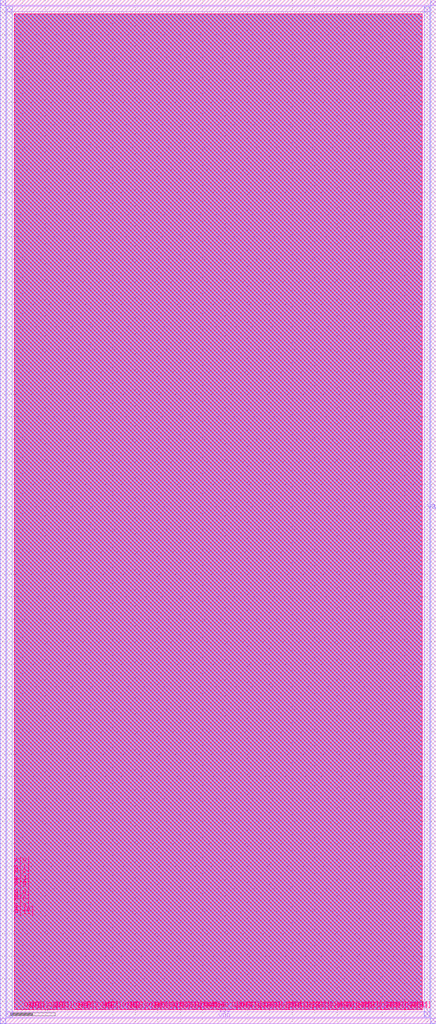
<source format=lef>
VERSION 5.6 ;
BUSBITCHARS "[]" ;
DIVIDERCHAR "/" ;


MACRO MEM1_4096X32
  CLASS RING ;
  ORIGIN 0 0 ;
  FOREIGN MEM1_4096X32 0 0 ;
  SIZE 387.92 BY 910.995 ;
  SYMMETRY X Y R90 ;
  PIN A[0]
    DIRECTION INPUT ;
    USE SIGNAL ;
    PORT
      LAYER Metal5 ;
        RECT 12.34 140.145 13 140.805 ;
      LAYER Metal6 ;
        RECT 12.34 140.145 13 140.805 ;
      LAYER Metal3 ;
        RECT 12.34 140.145 13 140.805 ;
      LAYER Metal4 ;
        RECT 12.34 140.145 13 140.805 ;
    END
  END A[0]
  PIN A[10]
    DIRECTION INPUT ;
    USE SIGNAL ;
    PORT
      LAYER Metal5 ;
        RECT 12.34 97.305 13 97.965 ;
      LAYER Metal6 ;
        RECT 12.34 97.305 13 97.965 ;
      LAYER Metal3 ;
        RECT 12.34 97.305 13 97.965 ;
      LAYER Metal4 ;
        RECT 12.34 97.305 13 97.965 ;
    END
  END A[10]
  PIN A[11]
    DIRECTION INPUT ;
    USE SIGNAL ;
    PORT
      LAYER Metal5 ;
        RECT 12.34 94.205 13 94.865 ;
      LAYER Metal6 ;
        RECT 12.34 94.205 13 94.865 ;
      LAYER Metal3 ;
        RECT 12.34 94.205 13 94.865 ;
      LAYER Metal4 ;
        RECT 12.34 94.205 13 94.865 ;
    END
  END A[11]
  PIN A[1]
    DIRECTION INPUT ;
    USE SIGNAL ;
    PORT
      LAYER Metal5 ;
        RECT 12.34 134.025 13 134.685 ;
      LAYER Metal6 ;
        RECT 12.34 134.025 13 134.685 ;
      LAYER Metal3 ;
        RECT 12.34 134.025 13 134.685 ;
      LAYER Metal4 ;
        RECT 12.34 134.025 13 134.685 ;
    END
  END A[1]
  PIN A[2]
    DIRECTION INPUT ;
    USE SIGNAL ;
    PORT
      LAYER Metal5 ;
        RECT 12.34 130.925 13 131.585 ;
      LAYER Metal6 ;
        RECT 12.34 130.925 13 131.585 ;
      LAYER Metal3 ;
        RECT 12.34 130.925 13 131.585 ;
      LAYER Metal4 ;
        RECT 12.34 130.925 13 131.585 ;
    END
  END A[2]
  PIN A[3]
    DIRECTION INPUT ;
    USE SIGNAL ;
    PORT
      LAYER Metal5 ;
        RECT 12.34 124.805 13 125.465 ;
      LAYER Metal6 ;
        RECT 12.34 124.805 13 125.465 ;
      LAYER Metal3 ;
        RECT 12.34 124.805 13 125.465 ;
      LAYER Metal4 ;
        RECT 12.34 124.805 13 125.465 ;
    END
  END A[3]
  PIN A[4]
    DIRECTION INPUT ;
    USE SIGNAL ;
    PORT
      LAYER Metal5 ;
        RECT 12.34 121.785 13 122.445 ;
      LAYER Metal6 ;
        RECT 12.34 121.785 13 122.445 ;
      LAYER Metal3 ;
        RECT 12.34 121.785 13 122.445 ;
      LAYER Metal4 ;
        RECT 12.34 121.785 13 122.445 ;
    END
  END A[4]
  PIN A[5]
    DIRECTION INPUT ;
    USE SIGNAL ;
    PORT
      LAYER Metal5 ;
        RECT 12.34 118.685 13 119.345 ;
      LAYER Metal6 ;
        RECT 12.34 118.685 13 119.345 ;
      LAYER Metal3 ;
        RECT 12.34 118.685 13 119.345 ;
      LAYER Metal4 ;
        RECT 12.34 118.685 13 119.345 ;
    END
  END A[5]
  PIN A[6]
    DIRECTION INPUT ;
    USE SIGNAL ;
    PORT
      LAYER Metal5 ;
        RECT 12.34 112.565 13 113.225 ;
      LAYER Metal6 ;
        RECT 12.34 112.565 13 113.225 ;
      LAYER Metal3 ;
        RECT 12.34 112.565 13 113.225 ;
      LAYER Metal4 ;
        RECT 12.34 112.565 13 113.225 ;
    END
  END A[6]
  PIN A[7]
    DIRECTION INPUT ;
    USE SIGNAL ;
    PORT
      LAYER Metal5 ;
        RECT 12.34 109.545 13 110.205 ;
      LAYER Metal6 ;
        RECT 12.34 109.545 13 110.205 ;
      LAYER Metal3 ;
        RECT 12.34 109.545 13 110.205 ;
      LAYER Metal4 ;
        RECT 12.34 109.545 13 110.205 ;
    END
  END A[7]
  PIN A[8]
    DIRECTION INPUT ;
    USE SIGNAL ;
    PORT
      LAYER Metal5 ;
        RECT 12.34 106.445 13 107.105 ;
      LAYER Metal6 ;
        RECT 12.34 106.445 13 107.105 ;
      LAYER Metal3 ;
        RECT 12.34 106.445 13 107.105 ;
      LAYER Metal4 ;
        RECT 12.34 106.445 13 107.105 ;
    END
  END A[8]
  PIN A[9]
    DIRECTION INPUT ;
    USE SIGNAL ;
    PORT
      LAYER Metal5 ;
        RECT 12.34 100.325 13 100.985 ;
      LAYER Metal6 ;
        RECT 12.34 100.325 13 100.985 ;
      LAYER Metal3 ;
        RECT 12.34 100.325 13 100.985 ;
      LAYER Metal4 ;
        RECT 12.34 100.325 13 100.985 ;
    END
  END A[9]
  PIN CE
    DIRECTION INPUT ;
    USE SIGNAL ;
    PORT
      LAYER Metal5 ;
        RECT 187.765 12.3 188.425 12.96 ;
      LAYER Metal6 ;
        RECT 187.765 12.3 188.425 12.96 ;
      LAYER Metal3 ;
        RECT 187.765 12.3 188.425 12.96 ;
      LAYER Metal4 ;
        RECT 187.765 12.3 188.425 12.96 ;
    END
  END CE
  PIN CK
    DIRECTION INPUT ;
    USE CLOCK ;
    PORT
      LAYER Metal5 ;
        RECT 197.51 12.3 198.17 12.96 ;
      LAYER Metal6 ;
        RECT 197.51 12.3 198.17 12.96 ;
      LAYER Metal3 ;
        RECT 197.51 12.3 198.17 12.96 ;
      LAYER Metal4 ;
        RECT 197.51 12.3 198.17 12.96 ;
    END
  END CK
  PIN D[0]
    DIRECTION INPUT ;
    USE SIGNAL ;
    PORT
      LAYER Metal5 ;
        RECT 20.48 12.3 21.14 12.96 ;
      LAYER Metal6 ;
        RECT 20.48 12.3 21.14 12.96 ;
      LAYER Metal3 ;
        RECT 20.48 12.3 21.14 12.96 ;
      LAYER Metal4 ;
        RECT 20.48 12.3 21.14 12.96 ;
    END
  END D[0]
  PIN D[10]
    DIRECTION INPUT ;
    USE SIGNAL ;
    PORT
      LAYER Metal5 ;
        RECT 129 12.3 129.66 12.96 ;
      LAYER Metal6 ;
        RECT 129 12.3 129.66 12.96 ;
      LAYER Metal3 ;
        RECT 129 12.3 129.66 12.96 ;
      LAYER Metal4 ;
        RECT 129 12.3 129.66 12.96 ;
    END
  END D[10]
  PIN D[11]
    DIRECTION INPUT ;
    USE SIGNAL ;
    PORT
      LAYER Metal5 ;
        RECT 137.04 12.3 137.7 12.96 ;
      LAYER Metal6 ;
        RECT 137.04 12.3 137.7 12.96 ;
      LAYER Metal3 ;
        RECT 137.04 12.3 137.7 12.96 ;
      LAYER Metal4 ;
        RECT 137.04 12.3 137.7 12.96 ;
    END
  END D[11]
  PIN D[12]
    DIRECTION INPUT ;
    USE SIGNAL ;
    PORT
      LAYER Metal5 ;
        RECT 151.34 12.3 152 12.96 ;
      LAYER Metal6 ;
        RECT 151.34 12.3 152 12.96 ;
      LAYER Metal3 ;
        RECT 151.34 12.3 152 12.96 ;
      LAYER Metal4 ;
        RECT 151.34 12.3 152 12.96 ;
    END
  END D[12]
  PIN D[13]
    DIRECTION INPUT ;
    USE SIGNAL ;
    PORT
      LAYER Metal5 ;
        RECT 159.38 12.3 160.04 12.96 ;
      LAYER Metal6 ;
        RECT 159.38 12.3 160.04 12.96 ;
      LAYER Metal3 ;
        RECT 159.38 12.3 160.04 12.96 ;
      LAYER Metal4 ;
        RECT 159.38 12.3 160.04 12.96 ;
    END
  END D[13]
  PIN D[14]
    DIRECTION INPUT ;
    USE SIGNAL ;
    PORT
      LAYER Metal5 ;
        RECT 172.62 12.3 173.28 12.96 ;
      LAYER Metal6 ;
        RECT 172.62 12.3 173.28 12.96 ;
      LAYER Metal3 ;
        RECT 172.62 12.3 173.28 12.96 ;
      LAYER Metal4 ;
        RECT 172.62 12.3 173.28 12.96 ;
    END
  END D[14]
  PIN D[15]
    DIRECTION INPUT ;
    USE SIGNAL ;
    PORT
      LAYER Metal5 ;
        RECT 180.66 12.3 181.32 12.96 ;
      LAYER Metal6 ;
        RECT 180.66 12.3 181.32 12.96 ;
      LAYER Metal3 ;
        RECT 180.66 12.3 181.32 12.96 ;
      LAYER Metal4 ;
        RECT 180.66 12.3 181.32 12.96 ;
    END
  END D[15]
  PIN D[16]
    DIRECTION INPUT ;
    USE SIGNAL ;
    PORT
      LAYER Metal5 ;
        RECT 204.975 12.3 205.635 12.96 ;
      LAYER Metal6 ;
        RECT 204.975 12.3 205.635 12.96 ;
      LAYER Metal3 ;
        RECT 204.975 12.3 205.635 12.96 ;
      LAYER Metal4 ;
        RECT 204.975 12.3 205.635 12.96 ;
    END
  END D[16]
  PIN D[17]
    DIRECTION INPUT ;
    USE SIGNAL ;
    PORT
      LAYER Metal5 ;
        RECT 213.015 12.3 213.675 12.96 ;
      LAYER Metal6 ;
        RECT 213.015 12.3 213.675 12.96 ;
      LAYER Metal3 ;
        RECT 213.015 12.3 213.675 12.96 ;
      LAYER Metal4 ;
        RECT 213.015 12.3 213.675 12.96 ;
    END
  END D[17]
  PIN D[18]
    DIRECTION INPUT ;
    USE SIGNAL ;
    PORT
      LAYER Metal5 ;
        RECT 226.255 12.3 226.915 12.96 ;
      LAYER Metal6 ;
        RECT 226.255 12.3 226.915 12.96 ;
      LAYER Metal3 ;
        RECT 226.255 12.3 226.915 12.96 ;
      LAYER Metal4 ;
        RECT 226.255 12.3 226.915 12.96 ;
    END
  END D[18]
  PIN D[19]
    DIRECTION INPUT ;
    USE SIGNAL ;
    PORT
      LAYER Metal5 ;
        RECT 234.295 12.3 234.955 12.96 ;
      LAYER Metal6 ;
        RECT 234.295 12.3 234.955 12.96 ;
      LAYER Metal3 ;
        RECT 234.295 12.3 234.955 12.96 ;
      LAYER Metal4 ;
        RECT 234.295 12.3 234.955 12.96 ;
    END
  END D[19]
  PIN D[1]
    DIRECTION INPUT ;
    USE SIGNAL ;
    PORT
      LAYER Metal5 ;
        RECT 28.52 12.3 29.18 12.96 ;
      LAYER Metal6 ;
        RECT 28.52 12.3 29.18 12.96 ;
      LAYER Metal3 ;
        RECT 28.52 12.3 29.18 12.96 ;
      LAYER Metal4 ;
        RECT 28.52 12.3 29.18 12.96 ;
    END
  END D[1]
  PIN D[20]
    DIRECTION INPUT ;
    USE SIGNAL ;
    PORT
      LAYER Metal5 ;
        RECT 248.595 12.3 249.255 12.96 ;
      LAYER Metal6 ;
        RECT 248.595 12.3 249.255 12.96 ;
      LAYER Metal3 ;
        RECT 248.595 12.3 249.255 12.96 ;
      LAYER Metal4 ;
        RECT 248.595 12.3 249.255 12.96 ;
    END
  END D[20]
  PIN D[21]
    DIRECTION INPUT ;
    USE SIGNAL ;
    PORT
      LAYER Metal5 ;
        RECT 256.635 12.3 257.295 12.96 ;
      LAYER Metal6 ;
        RECT 256.635 12.3 257.295 12.96 ;
      LAYER Metal3 ;
        RECT 256.635 12.3 257.295 12.96 ;
      LAYER Metal4 ;
        RECT 256.635 12.3 257.295 12.96 ;
    END
  END D[21]
  PIN D[22]
    DIRECTION INPUT ;
    USE SIGNAL ;
    PORT
      LAYER Metal5 ;
        RECT 269.875 12.3 270.535 12.96 ;
      LAYER Metal6 ;
        RECT 269.875 12.3 270.535 12.96 ;
      LAYER Metal3 ;
        RECT 269.875 12.3 270.535 12.96 ;
      LAYER Metal4 ;
        RECT 269.875 12.3 270.535 12.96 ;
    END
  END D[22]
  PIN D[23]
    DIRECTION INPUT ;
    USE SIGNAL ;
    PORT
      LAYER Metal5 ;
        RECT 277.915 12.3 278.575 12.96 ;
      LAYER Metal6 ;
        RECT 277.915 12.3 278.575 12.96 ;
      LAYER Metal3 ;
        RECT 277.915 12.3 278.575 12.96 ;
      LAYER Metal4 ;
        RECT 277.915 12.3 278.575 12.96 ;
    END
  END D[23]
  PIN D[24]
    DIRECTION INPUT ;
    USE SIGNAL ;
    PORT
      LAYER Metal5 ;
        RECT 292.215 12.3 292.875 12.96 ;
      LAYER Metal6 ;
        RECT 292.215 12.3 292.875 12.96 ;
      LAYER Metal3 ;
        RECT 292.215 12.3 292.875 12.96 ;
      LAYER Metal4 ;
        RECT 292.215 12.3 292.875 12.96 ;
    END
  END D[24]
  PIN D[25]
    DIRECTION INPUT ;
    USE SIGNAL ;
    PORT
      LAYER Metal5 ;
        RECT 300.255 12.3 300.915 12.96 ;
      LAYER Metal6 ;
        RECT 300.255 12.3 300.915 12.96 ;
      LAYER Metal3 ;
        RECT 300.255 12.3 300.915 12.96 ;
      LAYER Metal4 ;
        RECT 300.255 12.3 300.915 12.96 ;
    END
  END D[25]
  PIN D[26]
    DIRECTION INPUT ;
    USE SIGNAL ;
    PORT
      LAYER Metal5 ;
        RECT 313.495 12.3 314.155 12.96 ;
      LAYER Metal6 ;
        RECT 313.495 12.3 314.155 12.96 ;
      LAYER Metal3 ;
        RECT 313.495 12.3 314.155 12.96 ;
      LAYER Metal4 ;
        RECT 313.495 12.3 314.155 12.96 ;
    END
  END D[26]
  PIN D[27]
    DIRECTION INPUT ;
    USE SIGNAL ;
    PORT
      LAYER Metal5 ;
        RECT 321.535 12.3 322.195 12.96 ;
      LAYER Metal6 ;
        RECT 321.535 12.3 322.195 12.96 ;
      LAYER Metal3 ;
        RECT 321.535 12.3 322.195 12.96 ;
      LAYER Metal4 ;
        RECT 321.535 12.3 322.195 12.96 ;
    END
  END D[27]
  PIN D[28]
    DIRECTION INPUT ;
    USE SIGNAL ;
    PORT
      LAYER Metal5 ;
        RECT 335.835 12.3 336.495 12.96 ;
      LAYER Metal6 ;
        RECT 335.835 12.3 336.495 12.96 ;
      LAYER Metal3 ;
        RECT 335.835 12.3 336.495 12.96 ;
      LAYER Metal4 ;
        RECT 335.835 12.3 336.495 12.96 ;
    END
  END D[28]
  PIN D[29]
    DIRECTION INPUT ;
    USE SIGNAL ;
    PORT
      LAYER Metal5 ;
        RECT 343.875 12.3 344.535 12.96 ;
      LAYER Metal6 ;
        RECT 343.875 12.3 344.535 12.96 ;
      LAYER Metal3 ;
        RECT 343.875 12.3 344.535 12.96 ;
      LAYER Metal4 ;
        RECT 343.875 12.3 344.535 12.96 ;
    END
  END D[29]
  PIN D[2]
    DIRECTION INPUT ;
    USE SIGNAL ;
    PORT
      LAYER Metal5 ;
        RECT 41.76 12.3 42.42 12.96 ;
      LAYER Metal6 ;
        RECT 41.76 12.3 42.42 12.96 ;
      LAYER Metal3 ;
        RECT 41.76 12.3 42.42 12.96 ;
      LAYER Metal4 ;
        RECT 41.76 12.3 42.42 12.96 ;
    END
  END D[2]
  PIN D[30]
    DIRECTION INPUT ;
    USE SIGNAL ;
    PORT
      LAYER Metal5 ;
        RECT 357.115 12.3 357.775 12.96 ;
      LAYER Metal6 ;
        RECT 357.115 12.3 357.775 12.96 ;
      LAYER Metal3 ;
        RECT 357.115 12.3 357.775 12.96 ;
      LAYER Metal4 ;
        RECT 357.115 12.3 357.775 12.96 ;
    END
  END D[30]
  PIN D[31]
    DIRECTION INPUT ;
    USE SIGNAL ;
    PORT
      LAYER Metal6 ;
        RECT 365.155 12.3 365.815 12.96 ;
      LAYER Metal5 ;
        RECT 365.155 12.3 365.815 12.96 ;
      LAYER Metal3 ;
        RECT 365.155 12.3 365.815 12.96 ;
      LAYER Metal4 ;
        RECT 365.155 12.3 365.815 12.96 ;
    END
  END D[31]
  PIN D[3]
    DIRECTION INPUT ;
    USE SIGNAL ;
    PORT
      LAYER Metal5 ;
        RECT 49.8 12.3 50.46 12.96 ;
      LAYER Metal6 ;
        RECT 49.8 12.3 50.46 12.96 ;
      LAYER Metal3 ;
        RECT 49.8 12.3 50.46 12.96 ;
      LAYER Metal4 ;
        RECT 49.8 12.3 50.46 12.96 ;
    END
  END D[3]
  PIN D[4]
    DIRECTION INPUT ;
    USE SIGNAL ;
    PORT
      LAYER Metal5 ;
        RECT 64.1 12.3 64.76 12.96 ;
      LAYER Metal6 ;
        RECT 64.1 12.3 64.76 12.96 ;
      LAYER Metal3 ;
        RECT 64.1 12.3 64.76 12.96 ;
      LAYER Metal4 ;
        RECT 64.1 12.3 64.76 12.96 ;
    END
  END D[4]
  PIN D[5]
    DIRECTION INPUT ;
    USE SIGNAL ;
    PORT
      LAYER Metal5 ;
        RECT 72.14 12.3 72.8 12.96 ;
      LAYER Metal6 ;
        RECT 72.14 12.3 72.8 12.96 ;
      LAYER Metal3 ;
        RECT 72.14 12.3 72.8 12.96 ;
      LAYER Metal4 ;
        RECT 72.14 12.3 72.8 12.96 ;
    END
  END D[5]
  PIN D[6]
    DIRECTION INPUT ;
    USE SIGNAL ;
    PORT
      LAYER Metal5 ;
        RECT 85.38 12.3 86.04 12.96 ;
      LAYER Metal6 ;
        RECT 85.38 12.3 86.04 12.96 ;
      LAYER Metal3 ;
        RECT 85.38 12.3 86.04 12.96 ;
      LAYER Metal4 ;
        RECT 85.38 12.3 86.04 12.96 ;
    END
  END D[6]
  PIN D[7]
    DIRECTION INPUT ;
    USE SIGNAL ;
    PORT
      LAYER Metal5 ;
        RECT 93.42 12.3 94.08 12.96 ;
      LAYER Metal6 ;
        RECT 93.42 12.3 94.08 12.96 ;
      LAYER Metal3 ;
        RECT 93.42 12.3 94.08 12.96 ;
      LAYER Metal4 ;
        RECT 93.42 12.3 94.08 12.96 ;
    END
  END D[7]
  PIN D[8]
    DIRECTION INPUT ;
    USE SIGNAL ;
    PORT
      LAYER Metal5 ;
        RECT 107.72 12.3 108.38 12.96 ;
      LAYER Metal6 ;
        RECT 107.72 12.3 108.38 12.96 ;
      LAYER Metal3 ;
        RECT 107.72 12.3 108.38 12.96 ;
      LAYER Metal4 ;
        RECT 107.72 12.3 108.38 12.96 ;
    END
  END D[8]
  PIN D[9]
    DIRECTION INPUT ;
    USE SIGNAL ;
    PORT
      LAYER Metal5 ;
        RECT 115.76 12.3 116.42 12.96 ;
      LAYER Metal6 ;
        RECT 115.76 12.3 116.42 12.96 ;
      LAYER Metal3 ;
        RECT 115.76 12.3 116.42 12.96 ;
      LAYER Metal4 ;
        RECT 115.76 12.3 116.42 12.96 ;
    END
  END D[9]
  PIN Q[0]
    DIRECTION OUTPUT ;
    USE SIGNAL ;
    PORT
      LAYER Metal5 ;
        RECT 23.06 12.3 23.72 12.96 ;
      LAYER Metal6 ;
        RECT 23.06 12.3 23.72 12.96 ;
      LAYER Metal3 ;
        RECT 23.06 12.3 23.72 12.96 ;
      LAYER Metal4 ;
        RECT 23.06 12.3 23.72 12.96 ;
    END
  END Q[0]
  PIN Q[10]
    DIRECTION OUTPUT ;
    USE SIGNAL ;
    PORT
      LAYER Metal5 ;
        RECT 131.58 12.3 132.24 12.96 ;
      LAYER Metal6 ;
        RECT 131.58 12.3 132.24 12.96 ;
      LAYER Metal3 ;
        RECT 131.58 12.3 132.24 12.96 ;
      LAYER Metal4 ;
        RECT 131.58 12.3 132.24 12.96 ;
    END
  END Q[10]
  PIN Q[11]
    DIRECTION OUTPUT ;
    USE SIGNAL ;
    PORT
      LAYER Metal5 ;
        RECT 134.46 12.3 135.12 12.96 ;
      LAYER Metal6 ;
        RECT 134.46 12.3 135.12 12.96 ;
      LAYER Metal3 ;
        RECT 134.46 12.3 135.12 12.96 ;
      LAYER Metal4 ;
        RECT 134.46 12.3 135.12 12.96 ;
    END
  END Q[11]
  PIN Q[12]
    DIRECTION OUTPUT ;
    USE SIGNAL ;
    PORT
      LAYER Metal5 ;
        RECT 153.92 12.3 154.58 12.96 ;
      LAYER Metal6 ;
        RECT 153.92 12.3 154.58 12.96 ;
      LAYER Metal3 ;
        RECT 153.92 12.3 154.58 12.96 ;
      LAYER Metal4 ;
        RECT 153.92 12.3 154.58 12.96 ;
    END
  END Q[12]
  PIN Q[13]
    DIRECTION OUTPUT ;
    USE SIGNAL ;
    PORT
      LAYER Metal5 ;
        RECT 156.8 12.3 157.46 12.96 ;
      LAYER Metal6 ;
        RECT 156.8 12.3 157.46 12.96 ;
      LAYER Metal3 ;
        RECT 156.8 12.3 157.46 12.96 ;
      LAYER Metal4 ;
        RECT 156.8 12.3 157.46 12.96 ;
    END
  END Q[13]
  PIN Q[14]
    DIRECTION OUTPUT ;
    USE SIGNAL ;
    PORT
      LAYER Metal5 ;
        RECT 175.2 12.3 175.86 12.96 ;
      LAYER Metal6 ;
        RECT 175.2 12.3 175.86 12.96 ;
      LAYER Metal3 ;
        RECT 175.2 12.3 175.86 12.96 ;
      LAYER Metal4 ;
        RECT 175.2 12.3 175.86 12.96 ;
    END
  END Q[14]
  PIN Q[15]
    DIRECTION OUTPUT ;
    USE SIGNAL ;
    PORT
      LAYER Metal5 ;
        RECT 178.08 12.3 178.74 12.96 ;
      LAYER Metal6 ;
        RECT 178.08 12.3 178.74 12.96 ;
      LAYER Metal3 ;
        RECT 178.08 12.3 178.74 12.96 ;
      LAYER Metal4 ;
        RECT 178.08 12.3 178.74 12.96 ;
    END
  END Q[15]
  PIN Q[16]
    DIRECTION OUTPUT ;
    USE SIGNAL ;
    PORT
      LAYER Metal5 ;
        RECT 207.555 12.3 208.215 12.96 ;
      LAYER Metal6 ;
        RECT 207.555 12.3 208.215 12.96 ;
      LAYER Metal3 ;
        RECT 207.555 12.3 208.215 12.96 ;
      LAYER Metal4 ;
        RECT 207.555 12.3 208.215 12.96 ;
    END
  END Q[16]
  PIN Q[17]
    DIRECTION OUTPUT ;
    USE SIGNAL ;
    PORT
      LAYER Metal5 ;
        RECT 210.435 12.3 211.095 12.96 ;
      LAYER Metal6 ;
        RECT 210.435 12.3 211.095 12.96 ;
      LAYER Metal3 ;
        RECT 210.435 12.3 211.095 12.96 ;
      LAYER Metal4 ;
        RECT 210.435 12.3 211.095 12.96 ;
    END
  END Q[17]
  PIN Q[18]
    DIRECTION OUTPUT ;
    USE SIGNAL ;
    PORT
      LAYER Metal6 ;
        RECT 228.835 12.3 229.495 12.96 ;
      LAYER Metal5 ;
        RECT 228.835 12.3 229.495 12.96 ;
      LAYER Metal3 ;
        RECT 228.835 12.3 229.495 12.96 ;
      LAYER Metal4 ;
        RECT 228.835 12.3 229.495 12.96 ;
    END
  END Q[18]
  PIN Q[19]
    DIRECTION OUTPUT ;
    USE SIGNAL ;
    PORT
      LAYER Metal5 ;
        RECT 231.715 12.3 232.375 12.96 ;
      LAYER Metal6 ;
        RECT 231.715 12.3 232.375 12.96 ;
      LAYER Metal3 ;
        RECT 231.715 12.3 232.375 12.96 ;
      LAYER Metal4 ;
        RECT 231.715 12.3 232.375 12.96 ;
    END
  END Q[19]
  PIN Q[1]
    DIRECTION OUTPUT ;
    USE SIGNAL ;
    PORT
      LAYER Metal6 ;
        RECT 25.94 12.3 26.6 12.96 ;
      LAYER Metal5 ;
        RECT 25.94 12.3 26.6 12.96 ;
      LAYER Metal3 ;
        RECT 25.94 12.3 26.6 12.96 ;
      LAYER Metal4 ;
        RECT 25.94 12.3 26.6 12.96 ;
    END
  END Q[1]
  PIN Q[20]
    DIRECTION OUTPUT ;
    USE SIGNAL ;
    PORT
      LAYER Metal5 ;
        RECT 251.175 12.3 251.835 12.96 ;
      LAYER Metal6 ;
        RECT 251.175 12.3 251.835 12.96 ;
      LAYER Metal3 ;
        RECT 251.175 12.3 251.835 12.96 ;
      LAYER Metal4 ;
        RECT 251.175 12.3 251.835 12.96 ;
    END
  END Q[20]
  PIN Q[21]
    DIRECTION OUTPUT ;
    USE SIGNAL ;
    PORT
      LAYER Metal5 ;
        RECT 254.055 12.3 254.715 12.96 ;
      LAYER Metal6 ;
        RECT 254.055 12.3 254.715 12.96 ;
      LAYER Metal3 ;
        RECT 254.055 12.3 254.715 12.96 ;
      LAYER Metal4 ;
        RECT 254.055 12.3 254.715 12.96 ;
    END
  END Q[21]
  PIN Q[22]
    DIRECTION OUTPUT ;
    USE SIGNAL ;
    PORT
      LAYER Metal6 ;
        RECT 272.455 12.3 273.115 12.96 ;
      LAYER Metal5 ;
        RECT 272.455 12.3 273.115 12.96 ;
      LAYER Metal3 ;
        RECT 272.455 12.3 273.115 12.96 ;
      LAYER Metal4 ;
        RECT 272.455 12.3 273.115 12.96 ;
    END
  END Q[22]
  PIN Q[23]
    DIRECTION OUTPUT ;
    USE SIGNAL ;
    PORT
      LAYER Metal5 ;
        RECT 275.335 12.3 275.995 12.96 ;
      LAYER Metal6 ;
        RECT 275.335 12.3 275.995 12.96 ;
      LAYER Metal3 ;
        RECT 275.335 12.3 275.995 12.96 ;
      LAYER Metal4 ;
        RECT 275.335 12.3 275.995 12.96 ;
    END
  END Q[23]
  PIN Q[24]
    DIRECTION OUTPUT ;
    USE SIGNAL ;
    PORT
      LAYER Metal5 ;
        RECT 294.795 12.3 295.455 12.96 ;
      LAYER Metal6 ;
        RECT 294.795 12.3 295.455 12.96 ;
      LAYER Metal3 ;
        RECT 294.795 12.3 295.455 12.96 ;
      LAYER Metal4 ;
        RECT 294.795 12.3 295.455 12.96 ;
    END
  END Q[24]
  PIN Q[25]
    DIRECTION OUTPUT ;
    USE SIGNAL ;
    PORT
      LAYER Metal5 ;
        RECT 297.675 12.3 298.335 12.96 ;
      LAYER Metal6 ;
        RECT 297.675 12.3 298.335 12.96 ;
      LAYER Metal3 ;
        RECT 297.675 12.3 298.335 12.96 ;
      LAYER Metal4 ;
        RECT 297.675 12.3 298.335 12.96 ;
    END
  END Q[25]
  PIN Q[26]
    DIRECTION OUTPUT ;
    USE SIGNAL ;
    PORT
      LAYER Metal5 ;
        RECT 316.075 12.3 316.735 12.96 ;
      LAYER Metal6 ;
        RECT 316.075 12.3 316.735 12.96 ;
      LAYER Metal3 ;
        RECT 316.075 12.3 316.735 12.96 ;
      LAYER Metal4 ;
        RECT 316.075 12.3 316.735 12.96 ;
    END
  END Q[26]
  PIN Q[27]
    DIRECTION OUTPUT ;
    USE SIGNAL ;
    PORT
      LAYER Metal5 ;
        RECT 318.955 12.3 319.615 12.96 ;
      LAYER Metal6 ;
        RECT 318.955 12.3 319.615 12.96 ;
      LAYER Metal3 ;
        RECT 318.955 12.3 319.615 12.96 ;
      LAYER Metal4 ;
        RECT 318.955 12.3 319.615 12.96 ;
    END
  END Q[27]
  PIN Q[28]
    DIRECTION OUTPUT ;
    USE SIGNAL ;
    PORT
      LAYER Metal5 ;
        RECT 338.415 12.3 339.075 12.96 ;
      LAYER Metal6 ;
        RECT 338.415 12.3 339.075 12.96 ;
      LAYER Metal3 ;
        RECT 338.415 12.3 339.075 12.96 ;
      LAYER Metal4 ;
        RECT 338.415 12.3 339.075 12.96 ;
    END
  END Q[28]
  PIN Q[29]
    DIRECTION OUTPUT ;
    USE SIGNAL ;
    PORT
      LAYER Metal5 ;
        RECT 341.295 12.3 341.955 12.96 ;
      LAYER Metal6 ;
        RECT 341.295 12.3 341.955 12.96 ;
      LAYER Metal3 ;
        RECT 341.295 12.3 341.955 12.96 ;
      LAYER Metal4 ;
        RECT 341.295 12.3 341.955 12.96 ;
    END
  END Q[29]
  PIN Q[2]
    DIRECTION OUTPUT ;
    USE SIGNAL ;
    PORT
      LAYER Metal5 ;
        RECT 44.34 12.3 45 12.96 ;
      LAYER Metal6 ;
        RECT 44.34 12.3 45 12.96 ;
      LAYER Metal3 ;
        RECT 44.34 12.3 45 12.96 ;
      LAYER Metal4 ;
        RECT 44.34 12.3 45 12.96 ;
    END
  END Q[2]
  PIN Q[30]
    DIRECTION OUTPUT ;
    USE SIGNAL ;
    PORT
      LAYER Metal5 ;
        RECT 359.695 12.3 360.355 12.96 ;
      LAYER Metal6 ;
        RECT 359.695 12.3 360.355 12.96 ;
      LAYER Metal3 ;
        RECT 359.695 12.3 360.355 12.96 ;
      LAYER Metal4 ;
        RECT 359.695 12.3 360.355 12.96 ;
    END
  END Q[30]
  PIN Q[31]
    DIRECTION OUTPUT ;
    USE SIGNAL ;
    PORT
      LAYER Metal5 ;
        RECT 362.575 12.3 363.235 12.96 ;
      LAYER Metal6 ;
        RECT 362.575 12.3 363.235 12.96 ;
      LAYER Metal3 ;
        RECT 362.575 12.3 363.235 12.96 ;
      LAYER Metal4 ;
        RECT 362.575 12.3 363.235 12.96 ;
    END
  END Q[31]
  PIN Q[3]
    DIRECTION OUTPUT ;
    USE SIGNAL ;
    PORT
      LAYER Metal5 ;
        RECT 47.22 12.3 47.88 12.96 ;
      LAYER Metal6 ;
        RECT 47.22 12.3 47.88 12.96 ;
      LAYER Metal3 ;
        RECT 47.22 12.3 47.88 12.96 ;
      LAYER Metal4 ;
        RECT 47.22 12.3 47.88 12.96 ;
    END
  END Q[3]
  PIN Q[4]
    DIRECTION OUTPUT ;
    USE SIGNAL ;
    PORT
      LAYER Metal5 ;
        RECT 66.68 12.3 67.34 12.96 ;
      LAYER Metal6 ;
        RECT 66.68 12.3 67.34 12.96 ;
      LAYER Metal3 ;
        RECT 66.68 12.3 67.34 12.96 ;
      LAYER Metal4 ;
        RECT 66.68 12.3 67.34 12.96 ;
    END
  END Q[4]
  PIN Q[5]
    DIRECTION OUTPUT ;
    USE SIGNAL ;
    PORT
      LAYER Metal5 ;
        RECT 69.56 12.3 70.22 12.96 ;
      LAYER Metal6 ;
        RECT 69.56 12.3 70.22 12.96 ;
      LAYER Metal3 ;
        RECT 69.56 12.3 70.22 12.96 ;
      LAYER Metal4 ;
        RECT 69.56 12.3 70.22 12.96 ;
    END
  END Q[5]
  PIN Q[6]
    DIRECTION OUTPUT ;
    USE SIGNAL ;
    PORT
      LAYER Metal5 ;
        RECT 87.96 12.3 88.62 12.96 ;
      LAYER Metal6 ;
        RECT 87.96 12.3 88.62 12.96 ;
      LAYER Metal3 ;
        RECT 87.96 12.3 88.62 12.96 ;
      LAYER Metal4 ;
        RECT 87.96 12.3 88.62 12.96 ;
    END
  END Q[6]
  PIN Q[7]
    DIRECTION OUTPUT ;
    USE SIGNAL ;
    PORT
      LAYER Metal5 ;
        RECT 90.84 12.3 91.5 12.96 ;
      LAYER Metal6 ;
        RECT 90.84 12.3 91.5 12.96 ;
      LAYER Metal3 ;
        RECT 90.84 12.3 91.5 12.96 ;
      LAYER Metal4 ;
        RECT 90.84 12.3 91.5 12.96 ;
    END
  END Q[7]
  PIN Q[8]
    DIRECTION OUTPUT ;
    USE SIGNAL ;
    PORT
      LAYER Metal5 ;
        RECT 110.3 12.3 110.96 12.96 ;
      LAYER Metal6 ;
        RECT 110.3 12.3 110.96 12.96 ;
      LAYER Metal3 ;
        RECT 110.3 12.3 110.96 12.96 ;
      LAYER Metal4 ;
        RECT 110.3 12.3 110.96 12.96 ;
    END
  END Q[8]
  PIN Q[9]
    DIRECTION OUTPUT ;
    USE SIGNAL ;
    PORT
      LAYER Metal5 ;
        RECT 113.18 12.3 113.84 12.96 ;
      LAYER Metal6 ;
        RECT 113.18 12.3 113.84 12.96 ;
      LAYER Metal3 ;
        RECT 113.18 12.3 113.84 12.96 ;
      LAYER Metal4 ;
        RECT 113.18 12.3 113.84 12.96 ;
    END
  END Q[9]
  PIN WE
    DIRECTION INPUT ;
    USE SIGNAL ;
    PORT
      LAYER Metal5 ;
        RECT 193.81 12.3 194.47 12.96 ;
      LAYER Metal6 ;
        RECT 193.81 12.3 194.47 12.96 ;
      LAYER Metal3 ;
        RECT 193.81 12.3 194.47 12.96 ;
      LAYER Metal4 ;
        RECT 193.81 12.3 194.47 12.96 ;
    END
  END WE
  PIN VDD
    DIRECTION INOUT ;
    USE POWER ;
    SHAPE RING ;
    PORT
      LAYER Metal1 ;
        RECT 0 905.995 387.92 910.995 ;
        RECT 0 0 387.92 5 ;
      LAYER Metal2 ;
        RECT 0 0 5 910.995 ;
        RECT 382.92 0 387.92 910.995 ;
    END
  END VDD
  PIN VSS
    DIRECTION INOUT ;
    USE GROUND ;
    SHAPE RING ;
    PORT
      LAYER Metal1 ;
        RECT 5.6 900.395 382.32 905.395 ;
        RECT 5.6 5.6 382.32 10.6 ;
      LAYER Metal2 ;
        RECT 5.6 5.6 10.6 905.395 ;
        RECT 377.32 5.6 382.32 905.395 ;
    END
  END VSS
  OBS
    LAYER Metal1 ;
      RECT 12.34 12.3 375.475 898.685 ;
    LAYER Metal2 ;
      RECT 12.34 12.3 375.475 898.685 ;
    LAYER Metal3 ;
      RECT 12.34 12.3 375.475 898.685 ;
    LAYER Metal4 ;
      RECT 12.34 12.3 375.475 898.685 ;
    LAYER Metal5 ;
      RECT 12.34 12.3 375.475 898.685 ;
    LAYER Metal6 ;
      RECT 12.34 12.3 375.475 898.685 ;
  END
END MEM1_4096X32

END LIBRARY

</source>
